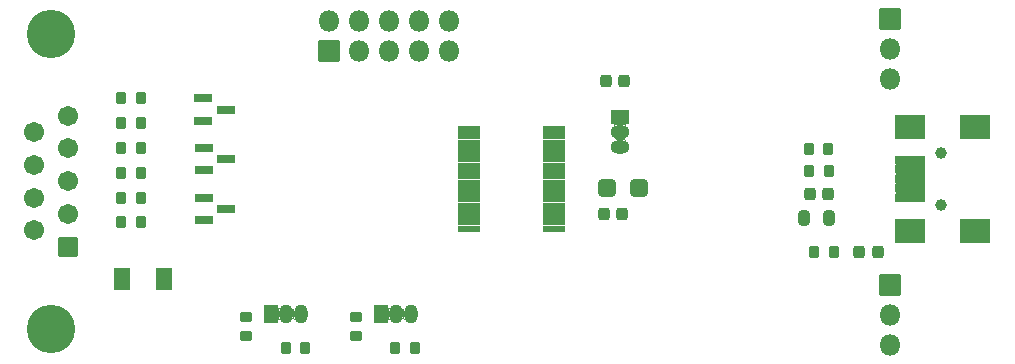
<source format=gbr>
G04 #@! TF.GenerationSoftware,KiCad,Pcbnew,6.99.0-a9ca49a600~144~ubuntu20.04.1*
G04 #@! TF.CreationDate,2022-03-01T02:01:25-05:00*
G04 #@! TF.ProjectId,pa-jtag,70612d6a-7461-4672-9e6b-696361645f70,rev?*
G04 #@! TF.SameCoordinates,Original*
G04 #@! TF.FileFunction,Soldermask,Top*
G04 #@! TF.FilePolarity,Negative*
%FSLAX46Y46*%
G04 Gerber Fmt 4.6, Leading zero omitted, Abs format (unit mm)*
G04 Created by KiCad (PCBNEW 6.99.0-a9ca49a600~144~ubuntu20.04.1) date 2022-03-01 02:01:25*
%MOMM*%
%LPD*%
G01*
G04 APERTURE LIST*
G04 Aperture macros list*
%AMRoundRect*
0 Rectangle with rounded corners*
0 $1 Rounding radius*
0 $2 $3 $4 $5 $6 $7 $8 $9 X,Y pos of 4 corners*
0 Add a 4 corners polygon primitive as box body*
4,1,4,$2,$3,$4,$5,$6,$7,$8,$9,$2,$3,0*
0 Add four circle primitives for the rounded corners*
1,1,$1+$1,$2,$3*
1,1,$1+$1,$4,$5*
1,1,$1+$1,$6,$7*
1,1,$1+$1,$8,$9*
0 Add four rect primitives between the rounded corners*
20,1,$1+$1,$2,$3,$4,$5,0*
20,1,$1+$1,$4,$5,$6,$7,0*
20,1,$1+$1,$6,$7,$8,$9,0*
20,1,$1+$1,$8,$9,$2,$3,0*%
G04 Aperture macros list end*
%ADD10RoundRect,0.276000X0.225000X0.250000X-0.225000X0.250000X-0.225000X-0.250000X0.225000X-0.250000X0*%
%ADD11RoundRect,0.051000X0.850000X-0.850000X0.850000X0.850000X-0.850000X0.850000X-0.850000X-0.850000X0*%
%ADD12O,1.802000X1.802000*%
%ADD13RoundRect,0.251000X0.275000X-0.200000X0.275000X0.200000X-0.275000X0.200000X-0.275000X-0.200000X0*%
%ADD14RoundRect,0.276000X-0.225000X-0.250000X0.225000X-0.250000X0.225000X0.250000X-0.225000X0.250000X0*%
%ADD15RoundRect,0.251000X-0.200000X-0.275000X0.200000X-0.275000X0.200000X0.275000X-0.200000X0.275000X0*%
%ADD16RoundRect,0.051000X-0.525000X-0.750000X0.525000X-0.750000X0.525000X0.750000X-0.525000X0.750000X0*%
%ADD17O,1.152000X1.602000*%
%ADD18RoundRect,0.051000X-0.650000X-0.850000X0.650000X-0.850000X0.650000X0.850000X-0.650000X0.850000X0*%
%ADD19RoundRect,0.051000X-0.875000X-0.225000X0.875000X-0.225000X0.875000X0.225000X-0.875000X0.225000X0*%
%ADD20RoundRect,0.251000X0.200000X0.275000X-0.200000X0.275000X-0.200000X-0.275000X0.200000X-0.275000X0*%
%ADD21RoundRect,0.269750X0.218750X0.381250X-0.218750X0.381250X-0.218750X-0.381250X0.218750X-0.381250X0*%
%ADD22RoundRect,0.201000X-0.587500X-0.150000X0.587500X-0.150000X0.587500X0.150000X-0.587500X0.150000X0*%
%ADD23C,1.002000*%
%ADD24RoundRect,0.051000X1.250000X-0.250000X1.250000X0.250000X-1.250000X0.250000X-1.250000X-0.250000X0*%
%ADD25RoundRect,0.051000X1.250000X-1.000000X1.250000X1.000000X-1.250000X1.000000X-1.250000X-1.000000X0*%
%ADD26RoundRect,0.051000X-0.850000X-0.850000X0.850000X-0.850000X0.850000X0.850000X-0.850000X0.850000X0*%
%ADD27RoundRect,0.301000X-0.450000X-0.425000X0.450000X-0.425000X0.450000X0.425000X-0.450000X0.425000X0*%
%ADD28RoundRect,0.051000X-0.750000X0.525000X-0.750000X-0.525000X0.750000X-0.525000X0.750000X0.525000X0*%
%ADD29O,1.602000X1.152000*%
%ADD30C,4.102000*%
%ADD31RoundRect,0.051000X-0.800000X0.800000X-0.800000X-0.800000X0.800000X-0.800000X0.800000X0.800000X0*%
%ADD32C,1.702000*%
%ADD33RoundRect,0.269750X-0.218750X-0.256250X0.218750X-0.256250X0.218750X0.256250X-0.218750X0.256250X0*%
G04 APERTURE END LIST*
D10*
X188925000Y-83300000D03*
X187375000Y-83300000D03*
D11*
X146625000Y-71175000D03*
D12*
X146625000Y-68635000D03*
X149165000Y-71175000D03*
X149165000Y-68635000D03*
X151705000Y-71175000D03*
X151705000Y-68635000D03*
X154245000Y-71175000D03*
X154245000Y-68635000D03*
X156785000Y-71175000D03*
X156785000Y-68635000D03*
D13*
X148900000Y-95325000D03*
X148900000Y-93675000D03*
D14*
X169925000Y-84950000D03*
X171475000Y-84950000D03*
D15*
X129075000Y-75200000D03*
X130725000Y-75200000D03*
D16*
X141730000Y-93460000D03*
D17*
X143000000Y-93460000D03*
X144270000Y-93460000D03*
D15*
X129075000Y-85700000D03*
X130725000Y-85700000D03*
X129075000Y-83600000D03*
X130725000Y-83600000D03*
D18*
X129150000Y-90500000D03*
X132650000Y-90500000D03*
D13*
X139600000Y-95325000D03*
X139600000Y-93675000D03*
D15*
X129075000Y-79400000D03*
X130725000Y-79400000D03*
D19*
X158500000Y-77775000D03*
X158500000Y-78425000D03*
X158500000Y-79075000D03*
X158500000Y-79725000D03*
X158500000Y-80375000D03*
X158500000Y-81025000D03*
X158500000Y-81675000D03*
X158500000Y-82325000D03*
X158500000Y-82975000D03*
X158500000Y-83625000D03*
X158500000Y-84275000D03*
X158500000Y-84925000D03*
X158500000Y-85575000D03*
X158500000Y-86225000D03*
X165700000Y-86225000D03*
X165700000Y-85575000D03*
X165700000Y-84925000D03*
X165700000Y-84275000D03*
X165700000Y-83625000D03*
X165700000Y-82975000D03*
X165700000Y-82325000D03*
X165700000Y-81675000D03*
X165700000Y-81025000D03*
X165700000Y-80375000D03*
X165700000Y-79725000D03*
X165700000Y-79075000D03*
X165700000Y-78425000D03*
X165700000Y-77775000D03*
D20*
X144625000Y-96300000D03*
X142975000Y-96300000D03*
D21*
X188962500Y-85300000D03*
X186837500Y-85300000D03*
D22*
X136062500Y-79400000D03*
X136062500Y-81300000D03*
X137937500Y-80350000D03*
D16*
X151030000Y-93460000D03*
D17*
X152300000Y-93460000D03*
X153570000Y-93460000D03*
D14*
X170075000Y-73700000D03*
X171625000Y-73700000D03*
D23*
X198475000Y-79800000D03*
X198475000Y-84200000D03*
D24*
X195875000Y-83600000D03*
X195875000Y-82800000D03*
X195875000Y-82000000D03*
X195875000Y-81200000D03*
D25*
X195875000Y-77600000D03*
X201375000Y-86400000D03*
X201375000Y-77600000D03*
X195875000Y-86400000D03*
D24*
X195875000Y-80400000D03*
D20*
X189375000Y-88200000D03*
X187725000Y-88200000D03*
D26*
X194125000Y-90975000D03*
D12*
X194125000Y-93515000D03*
X194125000Y-96055000D03*
D26*
X194125000Y-68475000D03*
D12*
X194125000Y-71015000D03*
X194125000Y-73555000D03*
D20*
X153925000Y-96300000D03*
X152275000Y-96300000D03*
D15*
X187325000Y-81350000D03*
X188975000Y-81350000D03*
X129075000Y-77300000D03*
X130725000Y-77300000D03*
X187275000Y-79500000D03*
X188925000Y-79500000D03*
X129075000Y-81500000D03*
X130725000Y-81500000D03*
D27*
X170200000Y-82800000D03*
X172900000Y-82800000D03*
D22*
X136012500Y-75200000D03*
X136012500Y-77100000D03*
X137887500Y-76150000D03*
D28*
X171300000Y-76750000D03*
D29*
X171300000Y-78020000D03*
X171300000Y-79290000D03*
D22*
X136062500Y-83600000D03*
X136062500Y-85500000D03*
X137937500Y-84550000D03*
D30*
X123110331Y-69710000D03*
X123110331Y-94710000D03*
D31*
X124530331Y-87750000D03*
D32*
X124530331Y-84980000D03*
X124530331Y-82210000D03*
X124530331Y-79440000D03*
X124530331Y-76670000D03*
X121690331Y-86365000D03*
X121690331Y-83595000D03*
X121690331Y-80825000D03*
X121690331Y-78055000D03*
D33*
X191562500Y-88250000D03*
X193137500Y-88250000D03*
G36*
X151607919Y-92833759D02*
G01*
X151627595Y-92900771D01*
X151679938Y-92946126D01*
X151748491Y-92955983D01*
X151811648Y-92927140D01*
X151826563Y-92910630D01*
X151828466Y-92910015D01*
X151829950Y-92911356D01*
X151829634Y-92913189D01*
X151802915Y-92948010D01*
X151745576Y-93086442D01*
X151726000Y-93235132D01*
X151726000Y-93684868D01*
X151745576Y-93833558D01*
X151802915Y-93971990D01*
X151833875Y-94012338D01*
X151834136Y-94014321D01*
X151832549Y-94015539D01*
X151831026Y-94015107D01*
X151778579Y-93972428D01*
X151709751Y-93964697D01*
X151647672Y-93995402D01*
X151611962Y-94054939D01*
X151607984Y-94086014D01*
X151606772Y-94087605D01*
X151604788Y-94087351D01*
X151604000Y-94085760D01*
X151604000Y-92834322D01*
X151605000Y-92832590D01*
X151607000Y-92832590D01*
X151607919Y-92833759D01*
G37*
G36*
X142307919Y-92833759D02*
G01*
X142327595Y-92900771D01*
X142379938Y-92946126D01*
X142448491Y-92955983D01*
X142511648Y-92927140D01*
X142526563Y-92910630D01*
X142528466Y-92910015D01*
X142529950Y-92911356D01*
X142529634Y-92913189D01*
X142502915Y-92948010D01*
X142445576Y-93086442D01*
X142426000Y-93235132D01*
X142426000Y-93684868D01*
X142445576Y-93833558D01*
X142502915Y-93971990D01*
X142533875Y-94012338D01*
X142534136Y-94014321D01*
X142532549Y-94015539D01*
X142531026Y-94015107D01*
X142478579Y-93972428D01*
X142409751Y-93964697D01*
X142347672Y-93995402D01*
X142311962Y-94054939D01*
X142307984Y-94086014D01*
X142306772Y-94087605D01*
X142304788Y-94087351D01*
X142304000Y-94085760D01*
X142304000Y-92834322D01*
X142305000Y-92832590D01*
X142307000Y-92832590D01*
X142307919Y-92833759D01*
G37*
G36*
X153068076Y-92958004D02*
G01*
X153068110Y-92959611D01*
X153015576Y-93086442D01*
X152996000Y-93235132D01*
X152996000Y-93684868D01*
X153015576Y-93833558D01*
X153066941Y-93957565D01*
X153066680Y-93959548D01*
X153064832Y-93960313D01*
X153063445Y-93959463D01*
X153058707Y-93952570D01*
X153058484Y-93952144D01*
X153049930Y-93929506D01*
X153008008Y-93874002D01*
X152943013Y-93850075D01*
X152875403Y-93865087D01*
X152826474Y-93914436D01*
X152820149Y-93928094D01*
X152808689Y-93957487D01*
X152808462Y-93957910D01*
X152805374Y-93962304D01*
X152803560Y-93963146D01*
X152801924Y-93961996D01*
X152801890Y-93960389D01*
X152854424Y-93833558D01*
X152874000Y-93684868D01*
X152874000Y-93235132D01*
X152854424Y-93086442D01*
X152803059Y-92962435D01*
X152803320Y-92960452D01*
X152805168Y-92959687D01*
X152806555Y-92960537D01*
X152811293Y-92967430D01*
X152811516Y-92967856D01*
X152820070Y-92990494D01*
X152861992Y-93045998D01*
X152926987Y-93069925D01*
X152994597Y-93054913D01*
X153043526Y-93005564D01*
X153049851Y-92991906D01*
X153061311Y-92962513D01*
X153061538Y-92962090D01*
X153064626Y-92957696D01*
X153066440Y-92956854D01*
X153068076Y-92958004D01*
G37*
G36*
X143768076Y-92958004D02*
G01*
X143768110Y-92959611D01*
X143715576Y-93086442D01*
X143696000Y-93235132D01*
X143696000Y-93684868D01*
X143715576Y-93833558D01*
X143766941Y-93957565D01*
X143766680Y-93959548D01*
X143764832Y-93960313D01*
X143763445Y-93959463D01*
X143758707Y-93952570D01*
X143758484Y-93952144D01*
X143749930Y-93929506D01*
X143708008Y-93874002D01*
X143643013Y-93850075D01*
X143575403Y-93865087D01*
X143526474Y-93914436D01*
X143520149Y-93928094D01*
X143508689Y-93957487D01*
X143508462Y-93957910D01*
X143505374Y-93962304D01*
X143503560Y-93963146D01*
X143501924Y-93961996D01*
X143501890Y-93960389D01*
X143554424Y-93833558D01*
X143574000Y-93684868D01*
X143574000Y-93235132D01*
X143554424Y-93086442D01*
X143503059Y-92962435D01*
X143503320Y-92960452D01*
X143505168Y-92959687D01*
X143506555Y-92960537D01*
X143511293Y-92967430D01*
X143511516Y-92967856D01*
X143520070Y-92990494D01*
X143561992Y-93045998D01*
X143626987Y-93069925D01*
X143694597Y-93054913D01*
X143743526Y-93005564D01*
X143749851Y-92991906D01*
X143761311Y-92962513D01*
X143761538Y-92962090D01*
X143764626Y-92957696D01*
X143766440Y-92956854D01*
X143768076Y-92958004D01*
G37*
G36*
X157591075Y-85835084D02*
G01*
X157606263Y-85845233D01*
X157625199Y-85849000D01*
X159374801Y-85849000D01*
X159393738Y-85845233D01*
X159408773Y-85835186D01*
X159410768Y-85835055D01*
X159411880Y-85836718D01*
X159411793Y-85837447D01*
X159392898Y-85897788D01*
X159411955Y-85962690D01*
X159411483Y-85964633D01*
X159409564Y-85965197D01*
X159408925Y-85964916D01*
X159393737Y-85954767D01*
X159374801Y-85951000D01*
X157625199Y-85951000D01*
X157606262Y-85954767D01*
X157591227Y-85964814D01*
X157589232Y-85964945D01*
X157588120Y-85963282D01*
X157588207Y-85962553D01*
X157607102Y-85902212D01*
X157588045Y-85837310D01*
X157588517Y-85835367D01*
X157590436Y-85834803D01*
X157591075Y-85835084D01*
G37*
G36*
X164791075Y-85835084D02*
G01*
X164806263Y-85845233D01*
X164825199Y-85849000D01*
X166574801Y-85849000D01*
X166593738Y-85845233D01*
X166608773Y-85835186D01*
X166610768Y-85835055D01*
X166611880Y-85836718D01*
X166611793Y-85837447D01*
X166592898Y-85897788D01*
X166611955Y-85962690D01*
X166611483Y-85964633D01*
X166609564Y-85965197D01*
X166608925Y-85964916D01*
X166593737Y-85954767D01*
X166574801Y-85951000D01*
X164825199Y-85951000D01*
X164806262Y-85954767D01*
X164791227Y-85964814D01*
X164789232Y-85964945D01*
X164788120Y-85963282D01*
X164788207Y-85962553D01*
X164807102Y-85902212D01*
X164788045Y-85837310D01*
X164788517Y-85835367D01*
X164790436Y-85834803D01*
X164791075Y-85835084D01*
G37*
G36*
X164791075Y-85185084D02*
G01*
X164806263Y-85195233D01*
X164825199Y-85199000D01*
X166574801Y-85199000D01*
X166593738Y-85195233D01*
X166608773Y-85185186D01*
X166610768Y-85185055D01*
X166611880Y-85186718D01*
X166611793Y-85187447D01*
X166592898Y-85247788D01*
X166611955Y-85312690D01*
X166611483Y-85314633D01*
X166609564Y-85315197D01*
X166608925Y-85314916D01*
X166593737Y-85304767D01*
X166574801Y-85301000D01*
X164825199Y-85301000D01*
X164806262Y-85304767D01*
X164791227Y-85314814D01*
X164789232Y-85314945D01*
X164788120Y-85313282D01*
X164788207Y-85312553D01*
X164807102Y-85252212D01*
X164788045Y-85187310D01*
X164788517Y-85185367D01*
X164790436Y-85184803D01*
X164791075Y-85185084D01*
G37*
G36*
X157591075Y-85185084D02*
G01*
X157606263Y-85195233D01*
X157625199Y-85199000D01*
X159374801Y-85199000D01*
X159393738Y-85195233D01*
X159408773Y-85185186D01*
X159410768Y-85185055D01*
X159411880Y-85186718D01*
X159411793Y-85187447D01*
X159392898Y-85247788D01*
X159411955Y-85312690D01*
X159411483Y-85314633D01*
X159409564Y-85315197D01*
X159408925Y-85314916D01*
X159393737Y-85304767D01*
X159374801Y-85301000D01*
X157625199Y-85301000D01*
X157606262Y-85304767D01*
X157591227Y-85314814D01*
X157589232Y-85314945D01*
X157588120Y-85313282D01*
X157588207Y-85312553D01*
X157607102Y-85252212D01*
X157588045Y-85187310D01*
X157588517Y-85185367D01*
X157590436Y-85184803D01*
X157591075Y-85185084D01*
G37*
G36*
X164791075Y-84535084D02*
G01*
X164806263Y-84545233D01*
X164825199Y-84549000D01*
X166574801Y-84549000D01*
X166593738Y-84545233D01*
X166608773Y-84535186D01*
X166610768Y-84535055D01*
X166611880Y-84536718D01*
X166611793Y-84537447D01*
X166592898Y-84597788D01*
X166611955Y-84662690D01*
X166611483Y-84664633D01*
X166609564Y-84665197D01*
X166608925Y-84664916D01*
X166593737Y-84654767D01*
X166574801Y-84651000D01*
X164825199Y-84651000D01*
X164806262Y-84654767D01*
X164791227Y-84664814D01*
X164789232Y-84664945D01*
X164788120Y-84663282D01*
X164788207Y-84662553D01*
X164807102Y-84602212D01*
X164788045Y-84537310D01*
X164788517Y-84535367D01*
X164790436Y-84534803D01*
X164791075Y-84535084D01*
G37*
G36*
X157591075Y-84535084D02*
G01*
X157606263Y-84545233D01*
X157625199Y-84549000D01*
X159374801Y-84549000D01*
X159393738Y-84545233D01*
X159408773Y-84535186D01*
X159410768Y-84535055D01*
X159411880Y-84536718D01*
X159411793Y-84537447D01*
X159392898Y-84597788D01*
X159411955Y-84662690D01*
X159411483Y-84664633D01*
X159409564Y-84665197D01*
X159408925Y-84664916D01*
X159393737Y-84654767D01*
X159374801Y-84651000D01*
X157625199Y-84651000D01*
X157606262Y-84654767D01*
X157591227Y-84664814D01*
X157589232Y-84664945D01*
X157588120Y-84663282D01*
X157588207Y-84662553D01*
X157607102Y-84602212D01*
X157588045Y-84537310D01*
X157588517Y-84535367D01*
X157590436Y-84534803D01*
X157591075Y-84535084D01*
G37*
G36*
X164791075Y-83885084D02*
G01*
X164806263Y-83895233D01*
X164825199Y-83899000D01*
X166574801Y-83899000D01*
X166593738Y-83895233D01*
X166608773Y-83885186D01*
X166610768Y-83885055D01*
X166611880Y-83886718D01*
X166611793Y-83887447D01*
X166592898Y-83947788D01*
X166611955Y-84012690D01*
X166611483Y-84014633D01*
X166609564Y-84015197D01*
X166608925Y-84014916D01*
X166593737Y-84004767D01*
X166574801Y-84001000D01*
X164825199Y-84001000D01*
X164806262Y-84004767D01*
X164791227Y-84014814D01*
X164789232Y-84014945D01*
X164788120Y-84013282D01*
X164788207Y-84012553D01*
X164807102Y-83952212D01*
X164788045Y-83887310D01*
X164788517Y-83885367D01*
X164790436Y-83884803D01*
X164791075Y-83885084D01*
G37*
G36*
X157591075Y-83885084D02*
G01*
X157606263Y-83895233D01*
X157625199Y-83899000D01*
X159374801Y-83899000D01*
X159393738Y-83895233D01*
X159408773Y-83885186D01*
X159410768Y-83885055D01*
X159411880Y-83886718D01*
X159411793Y-83887447D01*
X159392898Y-83947788D01*
X159411955Y-84012690D01*
X159411483Y-84014633D01*
X159409564Y-84015197D01*
X159408925Y-84014916D01*
X159393737Y-84004767D01*
X159374801Y-84001000D01*
X157625199Y-84001000D01*
X157606262Y-84004767D01*
X157591227Y-84014814D01*
X157589232Y-84014945D01*
X157588120Y-84013282D01*
X157588207Y-84012553D01*
X157607102Y-83952212D01*
X157588045Y-83887310D01*
X157588517Y-83885367D01*
X157590436Y-83884803D01*
X157591075Y-83885084D01*
G37*
G36*
X164791075Y-83235084D02*
G01*
X164806263Y-83245233D01*
X164825199Y-83249000D01*
X166574801Y-83249000D01*
X166593738Y-83245233D01*
X166608773Y-83235186D01*
X166610768Y-83235055D01*
X166611880Y-83236718D01*
X166611793Y-83237447D01*
X166592898Y-83297788D01*
X166611955Y-83362690D01*
X166611483Y-83364633D01*
X166609564Y-83365197D01*
X166608925Y-83364916D01*
X166593737Y-83354767D01*
X166574801Y-83351000D01*
X164825199Y-83351000D01*
X164806262Y-83354767D01*
X164791227Y-83364814D01*
X164789232Y-83364945D01*
X164788120Y-83363282D01*
X164788207Y-83362553D01*
X164807102Y-83302212D01*
X164788045Y-83237310D01*
X164788517Y-83235367D01*
X164790436Y-83234803D01*
X164791075Y-83235084D01*
G37*
G36*
X157591075Y-83235084D02*
G01*
X157606263Y-83245233D01*
X157625199Y-83249000D01*
X159374801Y-83249000D01*
X159393738Y-83245233D01*
X159408773Y-83235186D01*
X159410768Y-83235055D01*
X159411880Y-83236718D01*
X159411793Y-83237447D01*
X159392898Y-83297788D01*
X159411955Y-83362690D01*
X159411483Y-83364633D01*
X159409564Y-83365197D01*
X159408925Y-83364916D01*
X159393737Y-83354767D01*
X159374801Y-83351000D01*
X157625199Y-83351000D01*
X157606262Y-83354767D01*
X157591227Y-83364814D01*
X157589232Y-83364945D01*
X157588120Y-83363282D01*
X157588207Y-83362553D01*
X157607102Y-83302212D01*
X157588045Y-83237310D01*
X157588517Y-83235367D01*
X157590436Y-83234803D01*
X157591075Y-83235084D01*
G37*
G36*
X197141668Y-83096665D02*
G01*
X197142058Y-83098627D01*
X197141699Y-83099267D01*
X197098511Y-83150946D01*
X197089880Y-83219661D01*
X197119844Y-83282291D01*
X197140682Y-83300348D01*
X197141336Y-83302238D01*
X197140026Y-83303749D01*
X197138982Y-83303821D01*
X197124801Y-83301000D01*
X194625199Y-83301000D01*
X194610226Y-83303978D01*
X194608332Y-83303335D01*
X194607942Y-83301373D01*
X194608301Y-83300733D01*
X194651489Y-83249054D01*
X194660120Y-83180339D01*
X194630156Y-83117709D01*
X194609318Y-83099652D01*
X194608664Y-83097762D01*
X194609974Y-83096251D01*
X194611018Y-83096179D01*
X194625199Y-83099000D01*
X197124801Y-83099000D01*
X197139774Y-83096022D01*
X197141668Y-83096665D01*
G37*
G36*
X157591075Y-82585084D02*
G01*
X157606263Y-82595233D01*
X157625199Y-82599000D01*
X159374801Y-82599000D01*
X159393738Y-82595233D01*
X159408773Y-82585186D01*
X159410768Y-82585055D01*
X159411880Y-82586718D01*
X159411793Y-82587447D01*
X159392898Y-82647788D01*
X159411955Y-82712690D01*
X159411483Y-82714633D01*
X159409564Y-82715197D01*
X159408925Y-82714916D01*
X159393737Y-82704767D01*
X159374801Y-82701000D01*
X157625199Y-82701000D01*
X157606262Y-82704767D01*
X157591227Y-82714814D01*
X157589232Y-82714945D01*
X157588120Y-82713282D01*
X157588207Y-82712553D01*
X157607102Y-82652212D01*
X157588045Y-82587310D01*
X157588517Y-82585367D01*
X157590436Y-82584803D01*
X157591075Y-82585084D01*
G37*
G36*
X164791075Y-82585084D02*
G01*
X164806263Y-82595233D01*
X164825199Y-82599000D01*
X166574801Y-82599000D01*
X166593738Y-82595233D01*
X166608773Y-82585186D01*
X166610768Y-82585055D01*
X166611880Y-82586718D01*
X166611793Y-82587447D01*
X166592898Y-82647788D01*
X166611955Y-82712690D01*
X166611483Y-82714633D01*
X166609564Y-82715197D01*
X166608925Y-82714916D01*
X166593737Y-82704767D01*
X166574801Y-82701000D01*
X164825199Y-82701000D01*
X164806262Y-82704767D01*
X164791227Y-82714814D01*
X164789232Y-82714945D01*
X164788120Y-82713282D01*
X164788207Y-82712553D01*
X164807102Y-82652212D01*
X164788045Y-82587310D01*
X164788517Y-82585367D01*
X164790436Y-82584803D01*
X164791075Y-82585084D01*
G37*
G36*
X197141668Y-82296665D02*
G01*
X197142058Y-82298627D01*
X197141699Y-82299267D01*
X197098511Y-82350946D01*
X197089880Y-82419661D01*
X197119844Y-82482291D01*
X197140682Y-82500348D01*
X197141336Y-82502238D01*
X197140026Y-82503749D01*
X197138982Y-82503821D01*
X197124801Y-82501000D01*
X194625199Y-82501000D01*
X194610226Y-82503978D01*
X194608332Y-82503335D01*
X194607942Y-82501373D01*
X194608301Y-82500733D01*
X194651489Y-82449054D01*
X194660120Y-82380339D01*
X194630156Y-82317709D01*
X194609318Y-82299652D01*
X194608664Y-82297762D01*
X194609974Y-82296251D01*
X194611018Y-82296179D01*
X194625199Y-82299000D01*
X197124801Y-82299000D01*
X197139774Y-82296022D01*
X197141668Y-82296665D01*
G37*
G36*
X164791075Y-81935084D02*
G01*
X164806263Y-81945233D01*
X164825199Y-81949000D01*
X166574801Y-81949000D01*
X166593738Y-81945233D01*
X166608773Y-81935186D01*
X166610768Y-81935055D01*
X166611880Y-81936718D01*
X166611793Y-81937447D01*
X166592898Y-81997788D01*
X166611955Y-82062690D01*
X166611483Y-82064633D01*
X166609564Y-82065197D01*
X166608925Y-82064916D01*
X166593737Y-82054767D01*
X166574801Y-82051000D01*
X164825199Y-82051000D01*
X164806262Y-82054767D01*
X164791227Y-82064814D01*
X164789232Y-82064945D01*
X164788120Y-82063282D01*
X164788207Y-82062553D01*
X164807102Y-82002212D01*
X164788045Y-81937310D01*
X164788517Y-81935367D01*
X164790436Y-81934803D01*
X164791075Y-81935084D01*
G37*
G36*
X157591075Y-81935084D02*
G01*
X157606263Y-81945233D01*
X157625199Y-81949000D01*
X159374801Y-81949000D01*
X159393738Y-81945233D01*
X159408773Y-81935186D01*
X159410768Y-81935055D01*
X159411880Y-81936718D01*
X159411793Y-81937447D01*
X159392898Y-81997788D01*
X159411955Y-82062690D01*
X159411483Y-82064633D01*
X159409564Y-82065197D01*
X159408925Y-82064916D01*
X159393737Y-82054767D01*
X159374801Y-82051000D01*
X157625199Y-82051000D01*
X157606262Y-82054767D01*
X157591227Y-82064814D01*
X157589232Y-82064945D01*
X157588120Y-82063282D01*
X157588207Y-82062553D01*
X157607102Y-82002212D01*
X157588045Y-81937310D01*
X157588517Y-81935367D01*
X157590436Y-81934803D01*
X157591075Y-81935084D01*
G37*
G36*
X197141668Y-81496665D02*
G01*
X197142058Y-81498627D01*
X197141699Y-81499267D01*
X197098511Y-81550946D01*
X197089880Y-81619661D01*
X197119844Y-81682291D01*
X197140682Y-81700348D01*
X197141336Y-81702238D01*
X197140026Y-81703749D01*
X197138982Y-81703821D01*
X197124801Y-81701000D01*
X194625199Y-81701000D01*
X194610226Y-81703978D01*
X194608332Y-81703335D01*
X194607942Y-81701373D01*
X194608301Y-81700733D01*
X194651489Y-81649054D01*
X194660120Y-81580339D01*
X194630156Y-81517709D01*
X194609318Y-81499652D01*
X194608664Y-81497762D01*
X194609974Y-81496251D01*
X194611018Y-81496179D01*
X194625199Y-81499000D01*
X197124801Y-81499000D01*
X197139774Y-81496022D01*
X197141668Y-81496665D01*
G37*
G36*
X157591075Y-81285084D02*
G01*
X157606263Y-81295233D01*
X157625199Y-81299000D01*
X159374801Y-81299000D01*
X159393738Y-81295233D01*
X159408773Y-81285186D01*
X159410768Y-81285055D01*
X159411880Y-81286718D01*
X159411793Y-81287447D01*
X159392898Y-81347788D01*
X159411955Y-81412690D01*
X159411483Y-81414633D01*
X159409564Y-81415197D01*
X159408925Y-81414916D01*
X159393737Y-81404767D01*
X159374801Y-81401000D01*
X157625199Y-81401000D01*
X157606262Y-81404767D01*
X157591227Y-81414814D01*
X157589232Y-81414945D01*
X157588120Y-81413282D01*
X157588207Y-81412553D01*
X157607102Y-81352212D01*
X157588045Y-81287310D01*
X157588517Y-81285367D01*
X157590436Y-81284803D01*
X157591075Y-81285084D01*
G37*
G36*
X164791075Y-81285084D02*
G01*
X164806263Y-81295233D01*
X164825199Y-81299000D01*
X166574801Y-81299000D01*
X166593738Y-81295233D01*
X166608773Y-81285186D01*
X166610768Y-81285055D01*
X166611880Y-81286718D01*
X166611793Y-81287447D01*
X166592898Y-81347788D01*
X166611955Y-81412690D01*
X166611483Y-81414633D01*
X166609564Y-81415197D01*
X166608925Y-81414916D01*
X166593737Y-81404767D01*
X166574801Y-81401000D01*
X164825199Y-81401000D01*
X164806262Y-81404767D01*
X164791227Y-81414814D01*
X164789232Y-81414945D01*
X164788120Y-81413282D01*
X164788207Y-81412553D01*
X164807102Y-81352212D01*
X164788045Y-81287310D01*
X164788517Y-81285367D01*
X164790436Y-81284803D01*
X164791075Y-81285084D01*
G37*
G36*
X197141668Y-80696665D02*
G01*
X197142058Y-80698627D01*
X197141699Y-80699267D01*
X197098511Y-80750946D01*
X197089880Y-80819661D01*
X197119844Y-80882291D01*
X197140682Y-80900348D01*
X197141336Y-80902238D01*
X197140026Y-80903749D01*
X197138982Y-80903821D01*
X197124801Y-80901000D01*
X194625199Y-80901000D01*
X194610226Y-80903978D01*
X194608332Y-80903335D01*
X194607942Y-80901373D01*
X194608301Y-80900733D01*
X194651489Y-80849054D01*
X194660120Y-80780339D01*
X194630156Y-80717709D01*
X194609318Y-80699652D01*
X194608664Y-80697762D01*
X194609974Y-80696251D01*
X194611018Y-80696179D01*
X194625199Y-80699000D01*
X197124801Y-80699000D01*
X197139774Y-80696022D01*
X197141668Y-80696665D01*
G37*
G36*
X164791075Y-80635084D02*
G01*
X164806263Y-80645233D01*
X164825199Y-80649000D01*
X166574801Y-80649000D01*
X166593738Y-80645233D01*
X166608773Y-80635186D01*
X166610768Y-80635055D01*
X166611880Y-80636718D01*
X166611793Y-80637447D01*
X166592898Y-80697788D01*
X166611955Y-80762690D01*
X166611483Y-80764633D01*
X166609564Y-80765197D01*
X166608925Y-80764916D01*
X166593737Y-80754767D01*
X166574801Y-80751000D01*
X164825199Y-80751000D01*
X164806262Y-80754767D01*
X164791227Y-80764814D01*
X164789232Y-80764945D01*
X164788120Y-80763282D01*
X164788207Y-80762553D01*
X164807102Y-80702212D01*
X164788045Y-80637310D01*
X164788517Y-80635367D01*
X164790436Y-80634803D01*
X164791075Y-80635084D01*
G37*
G36*
X157591075Y-80635084D02*
G01*
X157606263Y-80645233D01*
X157625199Y-80649000D01*
X159374801Y-80649000D01*
X159393738Y-80645233D01*
X159408773Y-80635186D01*
X159410768Y-80635055D01*
X159411880Y-80636718D01*
X159411793Y-80637447D01*
X159392898Y-80697788D01*
X159411955Y-80762690D01*
X159411483Y-80764633D01*
X159409564Y-80765197D01*
X159408925Y-80764916D01*
X159393737Y-80754767D01*
X159374801Y-80751000D01*
X157625199Y-80751000D01*
X157606262Y-80754767D01*
X157591227Y-80764814D01*
X157589232Y-80764945D01*
X157588120Y-80763282D01*
X157588207Y-80762553D01*
X157607102Y-80702212D01*
X157588045Y-80637310D01*
X157588517Y-80635367D01*
X157590436Y-80634803D01*
X157591075Y-80635084D01*
G37*
G36*
X164791075Y-79985084D02*
G01*
X164806263Y-79995233D01*
X164825199Y-79999000D01*
X166574801Y-79999000D01*
X166593738Y-79995233D01*
X166608773Y-79985186D01*
X166610768Y-79985055D01*
X166611880Y-79986718D01*
X166611793Y-79987447D01*
X166592898Y-80047788D01*
X166611955Y-80112690D01*
X166611483Y-80114633D01*
X166609564Y-80115197D01*
X166608925Y-80114916D01*
X166593737Y-80104767D01*
X166574801Y-80101000D01*
X164825199Y-80101000D01*
X164806262Y-80104767D01*
X164791227Y-80114814D01*
X164789232Y-80114945D01*
X164788120Y-80113282D01*
X164788207Y-80112553D01*
X164807102Y-80052212D01*
X164788045Y-79987310D01*
X164788517Y-79985367D01*
X164790436Y-79984803D01*
X164791075Y-79985084D01*
G37*
G36*
X157591075Y-79985084D02*
G01*
X157606263Y-79995233D01*
X157625199Y-79999000D01*
X159374801Y-79999000D01*
X159393738Y-79995233D01*
X159408773Y-79985186D01*
X159410768Y-79985055D01*
X159411880Y-79986718D01*
X159411793Y-79987447D01*
X159392898Y-80047788D01*
X159411955Y-80112690D01*
X159411483Y-80114633D01*
X159409564Y-80115197D01*
X159408925Y-80114916D01*
X159393737Y-80104767D01*
X159374801Y-80101000D01*
X157625199Y-80101000D01*
X157606262Y-80104767D01*
X157591227Y-80114814D01*
X157589232Y-80114945D01*
X157588120Y-80113282D01*
X157588207Y-80112553D01*
X157607102Y-80052212D01*
X157588045Y-79987310D01*
X157588517Y-79985367D01*
X157590436Y-79984803D01*
X157591075Y-79985084D01*
G37*
G36*
X164791075Y-79335084D02*
G01*
X164806263Y-79345233D01*
X164825199Y-79349000D01*
X166574801Y-79349000D01*
X166593738Y-79345233D01*
X166608773Y-79335186D01*
X166610768Y-79335055D01*
X166611880Y-79336718D01*
X166611793Y-79337447D01*
X166592898Y-79397788D01*
X166611955Y-79462690D01*
X166611483Y-79464633D01*
X166609564Y-79465197D01*
X166608925Y-79464916D01*
X166593737Y-79454767D01*
X166574801Y-79451000D01*
X164825199Y-79451000D01*
X164806262Y-79454767D01*
X164791227Y-79464814D01*
X164789232Y-79464945D01*
X164788120Y-79463282D01*
X164788207Y-79462553D01*
X164807102Y-79402212D01*
X164788045Y-79337310D01*
X164788517Y-79335367D01*
X164790436Y-79334803D01*
X164791075Y-79335084D01*
G37*
G36*
X157591075Y-79335084D02*
G01*
X157606263Y-79345233D01*
X157625199Y-79349000D01*
X159374801Y-79349000D01*
X159393738Y-79345233D01*
X159408773Y-79335186D01*
X159410768Y-79335055D01*
X159411880Y-79336718D01*
X159411793Y-79337447D01*
X159392898Y-79397788D01*
X159411955Y-79462690D01*
X159411483Y-79464633D01*
X159409564Y-79465197D01*
X159408925Y-79464916D01*
X159393737Y-79454767D01*
X159374801Y-79451000D01*
X157625199Y-79451000D01*
X157606262Y-79454767D01*
X157591227Y-79464814D01*
X157589232Y-79464945D01*
X157588120Y-79463282D01*
X157588207Y-79462553D01*
X157607102Y-79402212D01*
X157588045Y-79337310D01*
X157588517Y-79335367D01*
X157590436Y-79334803D01*
X157591075Y-79335084D01*
G37*
G36*
X164791075Y-78685084D02*
G01*
X164806263Y-78695233D01*
X164825199Y-78699000D01*
X166574801Y-78699000D01*
X166593738Y-78695233D01*
X166608773Y-78685186D01*
X166610768Y-78685055D01*
X166611880Y-78686718D01*
X166611793Y-78687447D01*
X166592898Y-78747788D01*
X166611955Y-78812690D01*
X166611483Y-78814633D01*
X166609564Y-78815197D01*
X166608925Y-78814916D01*
X166593737Y-78804767D01*
X166574801Y-78801000D01*
X164825199Y-78801000D01*
X164806262Y-78804767D01*
X164791227Y-78814814D01*
X164789232Y-78814945D01*
X164788120Y-78813282D01*
X164788207Y-78812553D01*
X164807102Y-78752212D01*
X164788045Y-78687310D01*
X164788517Y-78685367D01*
X164790436Y-78684803D01*
X164791075Y-78685084D01*
G37*
G36*
X157591075Y-78685084D02*
G01*
X157606263Y-78695233D01*
X157625199Y-78699000D01*
X159374801Y-78699000D01*
X159393738Y-78695233D01*
X159408773Y-78685186D01*
X159410768Y-78685055D01*
X159411880Y-78686718D01*
X159411793Y-78687447D01*
X159392898Y-78747788D01*
X159411955Y-78812690D01*
X159411483Y-78814633D01*
X159409564Y-78815197D01*
X159408925Y-78814916D01*
X159393737Y-78804767D01*
X159374801Y-78801000D01*
X157625199Y-78801000D01*
X157606262Y-78804767D01*
X157591227Y-78814814D01*
X157589232Y-78814945D01*
X157588120Y-78813282D01*
X157588207Y-78812553D01*
X157607102Y-78752212D01*
X157588045Y-78687310D01*
X157588517Y-78685367D01*
X157590436Y-78684803D01*
X157591075Y-78685084D01*
G37*
G36*
X170926442Y-78574424D02*
G01*
X171075132Y-78594000D01*
X171524868Y-78594000D01*
X171673558Y-78574424D01*
X171797565Y-78523059D01*
X171799548Y-78523320D01*
X171800313Y-78525168D01*
X171799463Y-78526555D01*
X171792570Y-78531293D01*
X171792144Y-78531516D01*
X171769506Y-78540070D01*
X171714002Y-78581992D01*
X171690075Y-78646987D01*
X171705087Y-78714597D01*
X171754436Y-78763526D01*
X171768094Y-78769851D01*
X171797487Y-78781311D01*
X171797910Y-78781538D01*
X171802304Y-78784626D01*
X171803146Y-78786440D01*
X171801996Y-78788076D01*
X171800389Y-78788110D01*
X171673558Y-78735576D01*
X171524868Y-78716000D01*
X171075132Y-78716000D01*
X170926442Y-78735576D01*
X170802435Y-78786941D01*
X170800452Y-78786680D01*
X170799687Y-78784832D01*
X170800537Y-78783445D01*
X170807430Y-78778707D01*
X170807856Y-78778484D01*
X170830494Y-78769930D01*
X170885998Y-78728008D01*
X170909925Y-78663013D01*
X170894913Y-78595403D01*
X170845564Y-78546474D01*
X170831906Y-78540149D01*
X170802513Y-78528689D01*
X170802090Y-78528462D01*
X170797696Y-78525374D01*
X170796854Y-78523560D01*
X170798004Y-78521924D01*
X170799611Y-78521890D01*
X170926442Y-78574424D01*
G37*
G36*
X164791075Y-78035084D02*
G01*
X164806263Y-78045233D01*
X164825199Y-78049000D01*
X166574801Y-78049000D01*
X166593738Y-78045233D01*
X166608773Y-78035186D01*
X166610768Y-78035055D01*
X166611880Y-78036718D01*
X166611793Y-78037447D01*
X166592898Y-78097788D01*
X166611955Y-78162690D01*
X166611483Y-78164633D01*
X166609564Y-78165197D01*
X166608925Y-78164916D01*
X166593737Y-78154767D01*
X166574801Y-78151000D01*
X164825199Y-78151000D01*
X164806262Y-78154767D01*
X164791227Y-78164814D01*
X164789232Y-78164945D01*
X164788120Y-78163282D01*
X164788207Y-78162553D01*
X164807102Y-78102212D01*
X164788045Y-78037310D01*
X164788517Y-78035367D01*
X164790436Y-78034803D01*
X164791075Y-78035084D01*
G37*
G36*
X157591075Y-78035084D02*
G01*
X157606263Y-78045233D01*
X157625199Y-78049000D01*
X159374801Y-78049000D01*
X159393738Y-78045233D01*
X159408773Y-78035186D01*
X159410768Y-78035055D01*
X159411880Y-78036718D01*
X159411793Y-78037447D01*
X159392898Y-78097788D01*
X159411955Y-78162690D01*
X159411483Y-78164633D01*
X159409564Y-78165197D01*
X159408925Y-78164916D01*
X159393737Y-78154767D01*
X159374801Y-78151000D01*
X157625199Y-78151000D01*
X157606262Y-78154767D01*
X157591227Y-78164814D01*
X157589232Y-78164945D01*
X157588120Y-78163282D01*
X157588207Y-78162553D01*
X157607102Y-78102212D01*
X157588045Y-78037310D01*
X157588517Y-78035367D01*
X157590436Y-78034803D01*
X157591075Y-78035084D01*
G37*
G36*
X171927410Y-77325000D02*
G01*
X171927410Y-77327000D01*
X171926241Y-77327919D01*
X171859229Y-77347595D01*
X171813874Y-77399938D01*
X171804017Y-77468491D01*
X171832860Y-77531648D01*
X171849370Y-77546563D01*
X171849985Y-77548466D01*
X171848644Y-77549950D01*
X171846811Y-77549634D01*
X171811990Y-77522915D01*
X171673558Y-77465576D01*
X171524868Y-77446000D01*
X171075132Y-77446000D01*
X170926442Y-77465576D01*
X170788010Y-77522915D01*
X170747662Y-77553875D01*
X170745679Y-77554136D01*
X170744461Y-77552549D01*
X170744893Y-77551026D01*
X170787572Y-77498579D01*
X170795303Y-77429751D01*
X170764598Y-77367672D01*
X170705061Y-77331962D01*
X170673986Y-77327984D01*
X170672395Y-77326772D01*
X170672649Y-77324788D01*
X170674240Y-77324000D01*
X171925678Y-77324000D01*
X171927410Y-77325000D01*
G37*
M02*

</source>
